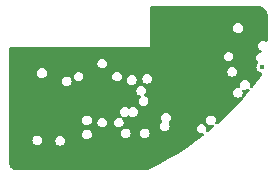
<source format=gbr>
%TF.GenerationSoftware,KiCad,Pcbnew,7.0.1*%
%TF.CreationDate,2024-01-02T21:49:50+00:00*%
%TF.ProjectId,rfid_module,72666964-5f6d-46f6-9475-6c652e6b6963,rev?*%
%TF.SameCoordinates,Original*%
%TF.FileFunction,Copper,L2,Inr*%
%TF.FilePolarity,Positive*%
%FSLAX46Y46*%
G04 Gerber Fmt 4.6, Leading zero omitted, Abs format (unit mm)*
G04 Created by KiCad (PCBNEW 7.0.1) date 2024-01-02 21:49:50*
%MOMM*%
%LPD*%
G01*
G04 APERTURE LIST*
%TA.AperFunction,ViaPad*%
%ADD10C,0.400000*%
%TD*%
G04 APERTURE END LIST*
D10*
%TO.N,GND*%
X113649000Y-61771000D03*
%TO.N,IOREF*%
X115700000Y-60200000D03*
%TO.N,GND*%
X108850000Y-60450000D03*
X107600000Y-56150000D03*
X108200000Y-66900000D03*
X102900000Y-59190000D03*
X105600000Y-63800000D03*
X107000000Y-64700000D03*
X105690000Y-58690000D03*
X105000000Y-65800000D03*
X99450000Y-60650000D03*
X102000000Y-68300000D03*
X102900000Y-64900000D03*
X101100000Y-65300000D03*
X98600000Y-65200000D03*
X102550000Y-62500000D03*
X101950000Y-62500000D03*
X102550000Y-63100000D03*
X101950000Y-63100000D03*
X101350000Y-63100000D03*
X101350000Y-62500000D03*
X102550000Y-61900000D03*
X101950000Y-61900000D03*
X101350000Y-61900000D03*
X109300000Y-66300000D03*
X97000000Y-67000000D03*
X96600000Y-68600000D03*
X96060000Y-63900000D03*
X114400000Y-57100000D03*
X112780000Y-55420000D03*
%TD*%
%TA.AperFunction,Conductor*%
%TO.N,GND*%
G36*
X115506158Y-55051096D02*
G01*
X115624413Y-55062743D01*
X115648242Y-55067482D01*
X115756104Y-55100201D01*
X115778555Y-55109502D01*
X115877948Y-55162628D01*
X115898160Y-55176133D01*
X115985279Y-55247630D01*
X116002468Y-55264819D01*
X116073965Y-55351939D01*
X116087469Y-55372149D01*
X116140594Y-55471537D01*
X116149896Y-55493995D01*
X116182613Y-55601847D01*
X116187356Y-55625688D01*
X116198903Y-55742923D01*
X116199500Y-55755078D01*
X116199500Y-57947226D01*
X116183689Y-58007815D01*
X116140289Y-58052954D01*
X116080367Y-58071130D01*
X116019205Y-58057710D01*
X115969320Y-58032292D01*
X115926554Y-58010501D01*
X115800000Y-57990457D01*
X115673444Y-58010501D01*
X115559277Y-58068673D01*
X115468673Y-58159277D01*
X115410501Y-58273444D01*
X115390457Y-58400000D01*
X115410501Y-58526555D01*
X115460153Y-58624000D01*
X115468674Y-58640723D01*
X115559277Y-58731326D01*
X115580795Y-58742290D01*
X115616871Y-58760672D01*
X115663133Y-58801458D01*
X115684025Y-58859487D01*
X115674376Y-58920403D01*
X115636575Y-58969135D01*
X115579973Y-58993629D01*
X115473444Y-59010501D01*
X115359277Y-59068673D01*
X115268673Y-59159277D01*
X115210501Y-59273444D01*
X115190457Y-59400000D01*
X115210501Y-59526555D01*
X115268673Y-59640722D01*
X115358400Y-59730449D01*
X115389696Y-59783195D01*
X115391885Y-59844487D01*
X115364433Y-59899332D01*
X115317117Y-59953938D01*
X115263302Y-60071773D01*
X115244867Y-60199999D01*
X115263302Y-60328226D01*
X115317118Y-60446064D01*
X115340843Y-60473444D01*
X115401951Y-60543967D01*
X115430640Y-60562404D01*
X115510931Y-60614005D01*
X115652334Y-60655523D01*
X115651325Y-60658956D01*
X115685525Y-60668534D01*
X115731192Y-60717391D01*
X115744844Y-60782859D01*
X115722510Y-60845894D01*
X115706469Y-60868674D01*
X115533317Y-61114555D01*
X115530493Y-61118406D01*
X114956226Y-61870602D01*
X114953255Y-61874341D01*
X114896091Y-61943522D01*
X114844022Y-61980649D01*
X114780377Y-61986893D01*
X114722085Y-61960593D01*
X114684650Y-61908745D01*
X114678029Y-61845138D01*
X114680496Y-61829557D01*
X114680498Y-61829555D01*
X114700542Y-61703000D01*
X114690678Y-61640723D01*
X114680498Y-61576444D01*
X114622326Y-61462277D01*
X114531722Y-61371673D01*
X114417555Y-61313501D01*
X114291000Y-61293457D01*
X114164444Y-61313501D01*
X114050277Y-61371673D01*
X113959673Y-61462277D01*
X113901501Y-61576444D01*
X113881457Y-61703000D01*
X113903393Y-61841498D01*
X113898851Y-61899214D01*
X113868601Y-61948577D01*
X113819238Y-61978827D01*
X113761522Y-61983369D01*
X113680000Y-61970457D01*
X113553444Y-61990501D01*
X113439277Y-62048673D01*
X113348673Y-62139277D01*
X113290501Y-62253444D01*
X113270457Y-62380000D01*
X113290501Y-62506555D01*
X113348673Y-62620722D01*
X113439277Y-62711326D01*
X113553444Y-62769498D01*
X113680000Y-62789542D01*
X113806555Y-62769498D01*
X113920723Y-62711326D01*
X113935732Y-62696316D01*
X113990193Y-62664531D01*
X114003095Y-62664349D01*
X114015092Y-62613331D01*
X114069498Y-62506555D01*
X114089542Y-62380000D01*
X114069498Y-62253445D01*
X114069497Y-62253444D01*
X114067606Y-62241501D01*
X114072148Y-62183785D01*
X114102398Y-62134422D01*
X114151761Y-62104172D01*
X114209476Y-62099630D01*
X114291000Y-62112542D01*
X114417555Y-62092498D01*
X114498736Y-62051133D01*
X114564351Y-62037970D01*
X114627256Y-62060827D01*
X114669118Y-62113048D01*
X114677743Y-62179418D01*
X114650617Y-62240604D01*
X114350446Y-62603882D01*
X114347349Y-62607486D01*
X114278871Y-62684148D01*
X114218055Y-62752231D01*
X114169385Y-62785628D01*
X114143643Y-62788751D01*
X114144560Y-62810437D01*
X114115889Y-62866605D01*
X113716913Y-63313259D01*
X113713664Y-63316759D01*
X113056507Y-63997753D01*
X113053126Y-64001124D01*
X112370251Y-64656300D01*
X112366742Y-64659539D01*
X111958710Y-65021904D01*
X111897660Y-65051347D01*
X111830249Y-65044291D01*
X111776619Y-65002846D01*
X111752792Y-64939393D01*
X111765886Y-64872895D01*
X111789498Y-64826555D01*
X111809542Y-64700000D01*
X111789498Y-64573445D01*
X111789498Y-64573444D01*
X111731326Y-64459277D01*
X111640722Y-64368673D01*
X111526555Y-64310501D01*
X111400000Y-64290457D01*
X111273444Y-64310501D01*
X111159277Y-64368673D01*
X111068673Y-64459277D01*
X111010501Y-64573444D01*
X110990457Y-64699999D01*
X111010501Y-64826555D01*
X111068673Y-64940722D01*
X111159277Y-65031326D01*
X111273444Y-65089498D01*
X111399999Y-65109542D01*
X111399999Y-65109541D01*
X111400000Y-65109542D01*
X111526555Y-65089498D01*
X111526555Y-65089497D01*
X111539523Y-65087444D01*
X111603196Y-65094091D01*
X111655068Y-65131612D01*
X111681312Y-65190005D01*
X111674932Y-65253706D01*
X111637629Y-65305734D01*
X111175133Y-65685647D01*
X111113940Y-65712587D01*
X111047655Y-65703837D01*
X110995549Y-65661941D01*
X110972771Y-65599080D01*
X110985942Y-65533533D01*
X110989498Y-65526555D01*
X111009542Y-65400000D01*
X110989498Y-65273445D01*
X110989498Y-65273444D01*
X110931326Y-65159277D01*
X110840722Y-65068673D01*
X110726555Y-65010501D01*
X110600000Y-64990457D01*
X110473444Y-65010501D01*
X110359277Y-65068673D01*
X110268673Y-65159277D01*
X110210501Y-65273444D01*
X110190457Y-65400000D01*
X110210501Y-65526555D01*
X110268673Y-65640722D01*
X110359277Y-65731326D01*
X110473444Y-65789498D01*
X110599999Y-65809542D01*
X110599999Y-65809541D01*
X110600000Y-65809542D01*
X110659147Y-65800174D01*
X110723712Y-65807165D01*
X110775888Y-65845832D01*
X110801364Y-65905568D01*
X110793153Y-65969988D01*
X110753507Y-66021424D01*
X110166660Y-66466779D01*
X110162801Y-66469592D01*
X109387497Y-67012226D01*
X109383534Y-67014888D01*
X108587877Y-67527295D01*
X108583813Y-67529802D01*
X107769075Y-68011162D01*
X107764918Y-68013512D01*
X106932188Y-68463180D01*
X106927943Y-68465367D01*
X106081673Y-68881091D01*
X106071203Y-68885649D01*
X105989686Y-68916751D01*
X105972386Y-68921943D01*
X105890593Y-68940122D01*
X105872727Y-68942746D01*
X105793926Y-68948504D01*
X105784816Y-68949170D01*
X105775782Y-68949500D01*
X95067799Y-68949500D01*
X95067755Y-68949493D01*
X95006160Y-68949499D01*
X94994004Y-68948903D01*
X94875758Y-68937267D01*
X94851916Y-68932526D01*
X94744071Y-68899819D01*
X94721611Y-68890517D01*
X94622217Y-68837395D01*
X94602001Y-68823887D01*
X94514890Y-68752397D01*
X94497701Y-68735208D01*
X94426207Y-68648090D01*
X94412704Y-68627881D01*
X94359578Y-68528480D01*
X94350283Y-68506037D01*
X94317570Y-68398174D01*
X94312832Y-68374342D01*
X94301191Y-68256043D01*
X94300596Y-68243906D01*
X94300601Y-68202435D01*
X94300600Y-68202432D01*
X94300602Y-68183144D01*
X94300500Y-68182494D01*
X94300500Y-66400000D01*
X96290457Y-66400000D01*
X96310501Y-66526555D01*
X96368673Y-66640722D01*
X96459277Y-66731326D01*
X96573444Y-66789498D01*
X96700000Y-66809542D01*
X96826555Y-66789498D01*
X96940723Y-66731326D01*
X97031326Y-66640723D01*
X97089498Y-66526555D01*
X97101623Y-66449999D01*
X98240457Y-66449999D01*
X98260501Y-66576555D01*
X98318673Y-66690722D01*
X98409277Y-66781326D01*
X98523444Y-66839498D01*
X98650000Y-66859542D01*
X98776555Y-66839498D01*
X98890723Y-66781326D01*
X98981326Y-66690723D01*
X99039498Y-66576555D01*
X99059542Y-66450000D01*
X99040184Y-66327779D01*
X99039498Y-66323444D01*
X98981326Y-66209277D01*
X98890722Y-66118673D01*
X98776555Y-66060501D01*
X98650000Y-66040457D01*
X98523444Y-66060501D01*
X98409277Y-66118673D01*
X98318673Y-66209277D01*
X98260501Y-66323444D01*
X98240457Y-66449999D01*
X97101623Y-66449999D01*
X97109542Y-66400000D01*
X97089498Y-66273445D01*
X97089498Y-66273444D01*
X97031326Y-66159277D01*
X96940722Y-66068673D01*
X96826555Y-66010501D01*
X96700000Y-65990457D01*
X96573444Y-66010501D01*
X96459277Y-66068673D01*
X96368673Y-66159277D01*
X96310501Y-66273444D01*
X96290457Y-66400000D01*
X94300500Y-66400000D01*
X94300500Y-65900000D01*
X100490457Y-65900000D01*
X100510501Y-66026555D01*
X100568673Y-66140722D01*
X100659277Y-66231326D01*
X100773444Y-66289498D01*
X100900000Y-66309542D01*
X101026555Y-66289498D01*
X101140723Y-66231326D01*
X101231326Y-66140723D01*
X101289498Y-66026555D01*
X101309542Y-65900000D01*
X101294839Y-65807165D01*
X101293704Y-65800000D01*
X103790457Y-65800000D01*
X103810501Y-65926555D01*
X103868673Y-66040722D01*
X103959277Y-66131326D01*
X104073444Y-66189498D01*
X104200000Y-66209542D01*
X104326555Y-66189498D01*
X104440723Y-66131326D01*
X104531326Y-66040723D01*
X104589498Y-65926555D01*
X104609542Y-65800000D01*
X105390457Y-65800000D01*
X105410501Y-65926555D01*
X105468673Y-66040722D01*
X105559277Y-66131326D01*
X105673444Y-66189498D01*
X105800000Y-66209542D01*
X105926555Y-66189498D01*
X106040723Y-66131326D01*
X106131326Y-66040723D01*
X106189498Y-65926555D01*
X106209542Y-65800000D01*
X106189498Y-65673445D01*
X106189498Y-65673444D01*
X106131326Y-65559277D01*
X106040722Y-65468673D01*
X105926555Y-65410501D01*
X105800000Y-65390457D01*
X105673444Y-65410501D01*
X105559277Y-65468673D01*
X105468673Y-65559277D01*
X105410501Y-65673444D01*
X105390457Y-65800000D01*
X104609542Y-65800000D01*
X104589498Y-65673445D01*
X104589498Y-65673444D01*
X104531326Y-65559277D01*
X104440722Y-65468673D01*
X104326555Y-65410501D01*
X104200000Y-65390457D01*
X104073444Y-65410501D01*
X103959277Y-65468673D01*
X103868673Y-65559277D01*
X103810501Y-65673444D01*
X103790457Y-65800000D01*
X101293704Y-65800000D01*
X101289498Y-65773444D01*
X101231326Y-65659277D01*
X101140722Y-65568673D01*
X101026555Y-65510501D01*
X100900000Y-65490457D01*
X100773444Y-65510501D01*
X100659277Y-65568673D01*
X100568673Y-65659277D01*
X100510501Y-65773444D01*
X100490457Y-65900000D01*
X94300500Y-65900000D01*
X94300500Y-64699999D01*
X100490457Y-64699999D01*
X100510501Y-64826555D01*
X100568673Y-64940722D01*
X100659277Y-65031326D01*
X100773444Y-65089498D01*
X100900000Y-65109542D01*
X101026555Y-65089498D01*
X101140723Y-65031326D01*
X101231326Y-64940723D01*
X101252076Y-64900000D01*
X101790457Y-64900000D01*
X101810501Y-65026555D01*
X101868673Y-65140722D01*
X101959277Y-65231326D01*
X102073444Y-65289498D01*
X102200000Y-65309542D01*
X102326555Y-65289498D01*
X102440723Y-65231326D01*
X102531326Y-65140723D01*
X102589498Y-65026555D01*
X102609542Y-64900000D01*
X103190457Y-64900000D01*
X103210501Y-65026555D01*
X103268673Y-65140722D01*
X103359277Y-65231326D01*
X103473444Y-65289498D01*
X103600000Y-65309542D01*
X103726555Y-65289498D01*
X103840723Y-65231326D01*
X103872049Y-65200000D01*
X107090457Y-65200000D01*
X107110501Y-65326555D01*
X107168673Y-65440722D01*
X107259277Y-65531326D01*
X107373444Y-65589498D01*
X107500000Y-65609542D01*
X107626555Y-65589498D01*
X107740723Y-65531326D01*
X107831326Y-65440723D01*
X107889498Y-65326555D01*
X107909542Y-65200000D01*
X107889498Y-65073445D01*
X107832209Y-64961010D01*
X107818864Y-64911207D01*
X107826930Y-64860280D01*
X107855013Y-64817036D01*
X107883256Y-64788793D01*
X107931326Y-64740723D01*
X107989498Y-64626555D01*
X108009542Y-64500000D01*
X107989498Y-64373445D01*
X107989498Y-64373444D01*
X107931326Y-64259277D01*
X107840722Y-64168673D01*
X107726555Y-64110501D01*
X107600000Y-64090457D01*
X107473444Y-64110501D01*
X107359277Y-64168673D01*
X107268673Y-64259277D01*
X107210501Y-64373444D01*
X107190457Y-64499999D01*
X107210501Y-64626553D01*
X107267790Y-64738988D01*
X107281135Y-64788793D01*
X107273069Y-64839720D01*
X107244987Y-64882964D01*
X107168672Y-64959279D01*
X107110501Y-65073444D01*
X107090457Y-65200000D01*
X103872049Y-65200000D01*
X103931326Y-65140723D01*
X103989498Y-65026555D01*
X104009542Y-64900000D01*
X103989498Y-64773445D01*
X103989498Y-64773444D01*
X103931326Y-64659277D01*
X103872705Y-64600656D01*
X103841310Y-64547570D01*
X103839372Y-64485925D01*
X103867372Y-64430972D01*
X103918383Y-64396306D01*
X103979784Y-64390502D01*
X104100000Y-64409542D01*
X104226555Y-64389498D01*
X104340723Y-64331326D01*
X104362319Y-64309730D01*
X104417906Y-64277636D01*
X104482094Y-64277636D01*
X104537681Y-64309730D01*
X104559277Y-64331326D01*
X104673444Y-64389498D01*
X104800000Y-64409542D01*
X104926555Y-64389498D01*
X105040723Y-64331326D01*
X105131326Y-64240723D01*
X105189498Y-64126555D01*
X105209542Y-64000000D01*
X105189498Y-63873445D01*
X105189498Y-63873444D01*
X105131326Y-63759277D01*
X105040722Y-63668673D01*
X104926555Y-63610501D01*
X104800000Y-63590457D01*
X104673444Y-63610501D01*
X104559277Y-63668673D01*
X104537681Y-63690270D01*
X104482094Y-63722364D01*
X104417906Y-63722364D01*
X104362319Y-63690270D01*
X104340722Y-63668673D01*
X104226555Y-63610501D01*
X104100000Y-63590457D01*
X103973444Y-63610501D01*
X103859277Y-63668673D01*
X103768673Y-63759277D01*
X103710501Y-63873444D01*
X103690457Y-63999999D01*
X103710501Y-64126555D01*
X103768673Y-64240722D01*
X103827294Y-64299343D01*
X103858689Y-64352429D01*
X103860627Y-64414074D01*
X103832627Y-64469026D01*
X103781617Y-64503693D01*
X103720216Y-64509497D01*
X103600000Y-64490457D01*
X103473444Y-64510501D01*
X103359277Y-64568673D01*
X103268673Y-64659277D01*
X103210501Y-64773444D01*
X103190457Y-64900000D01*
X102609542Y-64900000D01*
X102589498Y-64773445D01*
X102589498Y-64773444D01*
X102531326Y-64659277D01*
X102440722Y-64568673D01*
X102326555Y-64510501D01*
X102200000Y-64490457D01*
X102073444Y-64510501D01*
X101959277Y-64568673D01*
X101868673Y-64659277D01*
X101810501Y-64773444D01*
X101790457Y-64900000D01*
X101252076Y-64900000D01*
X101289498Y-64826555D01*
X101309542Y-64700000D01*
X101289498Y-64573445D01*
X101289498Y-64573444D01*
X101231326Y-64459277D01*
X101140722Y-64368673D01*
X101026555Y-64310501D01*
X100900000Y-64290457D01*
X100773444Y-64310501D01*
X100659277Y-64368673D01*
X100568673Y-64459277D01*
X100510501Y-64573444D01*
X100490457Y-64699999D01*
X94300500Y-64699999D01*
X94300500Y-62200000D01*
X105090457Y-62200000D01*
X105110501Y-62326555D01*
X105168673Y-62440722D01*
X105259277Y-62531326D01*
X105390944Y-62598415D01*
X105389846Y-62600568D01*
X105422984Y-62615844D01*
X105460384Y-62671816D01*
X105463027Y-62739082D01*
X105430135Y-62797816D01*
X105368672Y-62859279D01*
X105310501Y-62973444D01*
X105290457Y-63099999D01*
X105310501Y-63226555D01*
X105368673Y-63340722D01*
X105459277Y-63431326D01*
X105573444Y-63489498D01*
X105700000Y-63509542D01*
X105826555Y-63489498D01*
X105940723Y-63431326D01*
X106031326Y-63340723D01*
X106089498Y-63226555D01*
X106109542Y-63100000D01*
X106089498Y-62973445D01*
X106089498Y-62973444D01*
X106031326Y-62859277D01*
X105940722Y-62768673D01*
X105809056Y-62701585D01*
X105810153Y-62699431D01*
X105777007Y-62684148D01*
X105739613Y-62628176D01*
X105736973Y-62560913D01*
X105769862Y-62502186D01*
X105831326Y-62440723D01*
X105889498Y-62326555D01*
X105909542Y-62200000D01*
X105899156Y-62134422D01*
X105889498Y-62073444D01*
X105831326Y-61959277D01*
X105740722Y-61868673D01*
X105626555Y-61810501D01*
X105500000Y-61790457D01*
X105373444Y-61810501D01*
X105259277Y-61868673D01*
X105168673Y-61959277D01*
X105110501Y-62073444D01*
X105090457Y-62200000D01*
X94300500Y-62200000D01*
X94300500Y-61400000D01*
X98790457Y-61400000D01*
X98810501Y-61526555D01*
X98868673Y-61640722D01*
X98959277Y-61731326D01*
X99073444Y-61789498D01*
X99200000Y-61809542D01*
X99326555Y-61789498D01*
X99440723Y-61731326D01*
X99531326Y-61640723D01*
X99589498Y-61526555D01*
X99609542Y-61400000D01*
X99589498Y-61273445D01*
X99589498Y-61273444D01*
X99531326Y-61159277D01*
X99440722Y-61068673D01*
X99326555Y-61010501D01*
X99260253Y-61000000D01*
X99790457Y-61000000D01*
X99810501Y-61126555D01*
X99868673Y-61240722D01*
X99959277Y-61331326D01*
X100073444Y-61389498D01*
X100200000Y-61409542D01*
X100326555Y-61389498D01*
X100440723Y-61331326D01*
X100531326Y-61240723D01*
X100589498Y-61126555D01*
X100609542Y-61000000D01*
X103040457Y-61000000D01*
X103060501Y-61126555D01*
X103118673Y-61240722D01*
X103209277Y-61331326D01*
X103323444Y-61389498D01*
X103450000Y-61409542D01*
X103576555Y-61389498D01*
X103690723Y-61331326D01*
X103722049Y-61300000D01*
X104290457Y-61300000D01*
X104310501Y-61426555D01*
X104368673Y-61540722D01*
X104459277Y-61631326D01*
X104573444Y-61689498D01*
X104700000Y-61709542D01*
X104826555Y-61689498D01*
X104940723Y-61631326D01*
X105031326Y-61540723D01*
X105089498Y-61426555D01*
X105109542Y-61300000D01*
X105100154Y-61240723D01*
X105093704Y-61199999D01*
X105590457Y-61199999D01*
X105610501Y-61326555D01*
X105668673Y-61440722D01*
X105759277Y-61531326D01*
X105873444Y-61589498D01*
X106000000Y-61609542D01*
X106126555Y-61589498D01*
X106240723Y-61531326D01*
X106331326Y-61440723D01*
X106389498Y-61326555D01*
X106409542Y-61200000D01*
X106396319Y-61116514D01*
X106389498Y-61073444D01*
X106331326Y-60959277D01*
X106240722Y-60868673D01*
X106126555Y-60810501D01*
X106000000Y-60790457D01*
X105873444Y-60810501D01*
X105759277Y-60868673D01*
X105668673Y-60959277D01*
X105610501Y-61073444D01*
X105590457Y-61199999D01*
X105093704Y-61199999D01*
X105089498Y-61173444D01*
X105031326Y-61059277D01*
X104940722Y-60968673D01*
X104826555Y-60910501D01*
X104700000Y-60890457D01*
X104573444Y-60910501D01*
X104459277Y-60968673D01*
X104368673Y-61059277D01*
X104310501Y-61173444D01*
X104290457Y-61300000D01*
X103722049Y-61300000D01*
X103781326Y-61240723D01*
X103839498Y-61126555D01*
X103859542Y-61000000D01*
X103842193Y-60890458D01*
X103839498Y-60873444D01*
X103781326Y-60759277D01*
X103690722Y-60668673D01*
X103576555Y-60610501D01*
X103510247Y-60599999D01*
X112790457Y-60599999D01*
X112810501Y-60726555D01*
X112868673Y-60840722D01*
X112959277Y-60931326D01*
X113073444Y-60989498D01*
X113200000Y-61009542D01*
X113326555Y-60989498D01*
X113440723Y-60931326D01*
X113531326Y-60840723D01*
X113589498Y-60726555D01*
X113609542Y-60600000D01*
X113600667Y-60543967D01*
X113589498Y-60473444D01*
X113531326Y-60359277D01*
X113440722Y-60268673D01*
X113326555Y-60210501D01*
X113200000Y-60190457D01*
X113073444Y-60210501D01*
X112959277Y-60268673D01*
X112868673Y-60359277D01*
X112810501Y-60473444D01*
X112790457Y-60599999D01*
X103510247Y-60599999D01*
X103450000Y-60590457D01*
X103323444Y-60610501D01*
X103209277Y-60668673D01*
X103118673Y-60759277D01*
X103060501Y-60873444D01*
X103040457Y-61000000D01*
X100609542Y-61000000D01*
X100592193Y-60890458D01*
X100589498Y-60873444D01*
X100531326Y-60759277D01*
X100440722Y-60668673D01*
X100326555Y-60610501D01*
X100200000Y-60590457D01*
X100073444Y-60610501D01*
X99959277Y-60668673D01*
X99868673Y-60759277D01*
X99810501Y-60873444D01*
X99790457Y-61000000D01*
X99260253Y-61000000D01*
X99200000Y-60990457D01*
X99073444Y-61010501D01*
X98959277Y-61068673D01*
X98868673Y-61159277D01*
X98810501Y-61273444D01*
X98790457Y-61400000D01*
X94300500Y-61400000D01*
X94300500Y-60710000D01*
X96680457Y-60710000D01*
X96700501Y-60836555D01*
X96758673Y-60950722D01*
X96849277Y-61041326D01*
X96963444Y-61099498D01*
X97090000Y-61119542D01*
X97216555Y-61099498D01*
X97330723Y-61041326D01*
X97421326Y-60950723D01*
X97479498Y-60836555D01*
X97499542Y-60710000D01*
X97479498Y-60583445D01*
X97479498Y-60583444D01*
X97421326Y-60469277D01*
X97330722Y-60378673D01*
X97216555Y-60320501D01*
X97090000Y-60300457D01*
X96963444Y-60320501D01*
X96849277Y-60378673D01*
X96758673Y-60469277D01*
X96700501Y-60583444D01*
X96680457Y-60710000D01*
X94300500Y-60710000D01*
X94300500Y-59900000D01*
X101790457Y-59900000D01*
X101810501Y-60026555D01*
X101868673Y-60140722D01*
X101959277Y-60231326D01*
X102073444Y-60289498D01*
X102200000Y-60309542D01*
X102326555Y-60289498D01*
X102440723Y-60231326D01*
X102531326Y-60140723D01*
X102589498Y-60026555D01*
X102609542Y-59900000D01*
X102589498Y-59773445D01*
X102589498Y-59773444D01*
X102531326Y-59659277D01*
X102440722Y-59568673D01*
X102326555Y-59510501D01*
X102200000Y-59490457D01*
X102073444Y-59510501D01*
X101959277Y-59568673D01*
X101868673Y-59659277D01*
X101810501Y-59773444D01*
X101790457Y-59900000D01*
X94300500Y-59900000D01*
X94300500Y-59299999D01*
X112490457Y-59299999D01*
X112510501Y-59426555D01*
X112568673Y-59540722D01*
X112659277Y-59631326D01*
X112773444Y-59689498D01*
X112900000Y-59709542D01*
X113026555Y-59689498D01*
X113140723Y-59631326D01*
X113231326Y-59540723D01*
X113289498Y-59426555D01*
X113309542Y-59300000D01*
X113289498Y-59173445D01*
X113289498Y-59173444D01*
X113231326Y-59059277D01*
X113140722Y-58968673D01*
X113026555Y-58910501D01*
X112900000Y-58890457D01*
X112773444Y-58910501D01*
X112659277Y-58968673D01*
X112568673Y-59059277D01*
X112510501Y-59173444D01*
X112490457Y-59299999D01*
X94300500Y-59299999D01*
X94300500Y-58624000D01*
X94317113Y-58562000D01*
X94362500Y-58516613D01*
X94424500Y-58500000D01*
X106250000Y-58500000D01*
X106250000Y-56899999D01*
X113290457Y-56899999D01*
X113310501Y-57026555D01*
X113368673Y-57140722D01*
X113459277Y-57231326D01*
X113573444Y-57289498D01*
X113700000Y-57309542D01*
X113826555Y-57289498D01*
X113940723Y-57231326D01*
X114031326Y-57140723D01*
X114089498Y-57026555D01*
X114109542Y-56900000D01*
X114089498Y-56773445D01*
X114089498Y-56773444D01*
X114031326Y-56659277D01*
X113940722Y-56568673D01*
X113826555Y-56510501D01*
X113700000Y-56490457D01*
X113573444Y-56510501D01*
X113459277Y-56568673D01*
X113368673Y-56659277D01*
X113310501Y-56773444D01*
X113290457Y-56899999D01*
X106250000Y-56899999D01*
X106250000Y-55174500D01*
X106266613Y-55112500D01*
X106312000Y-55067113D01*
X106374000Y-55050500D01*
X115452503Y-55050500D01*
X115494006Y-55050500D01*
X115506158Y-55051096D01*
G37*
%TD.AperFunction*%
%TD*%
M02*

</source>
